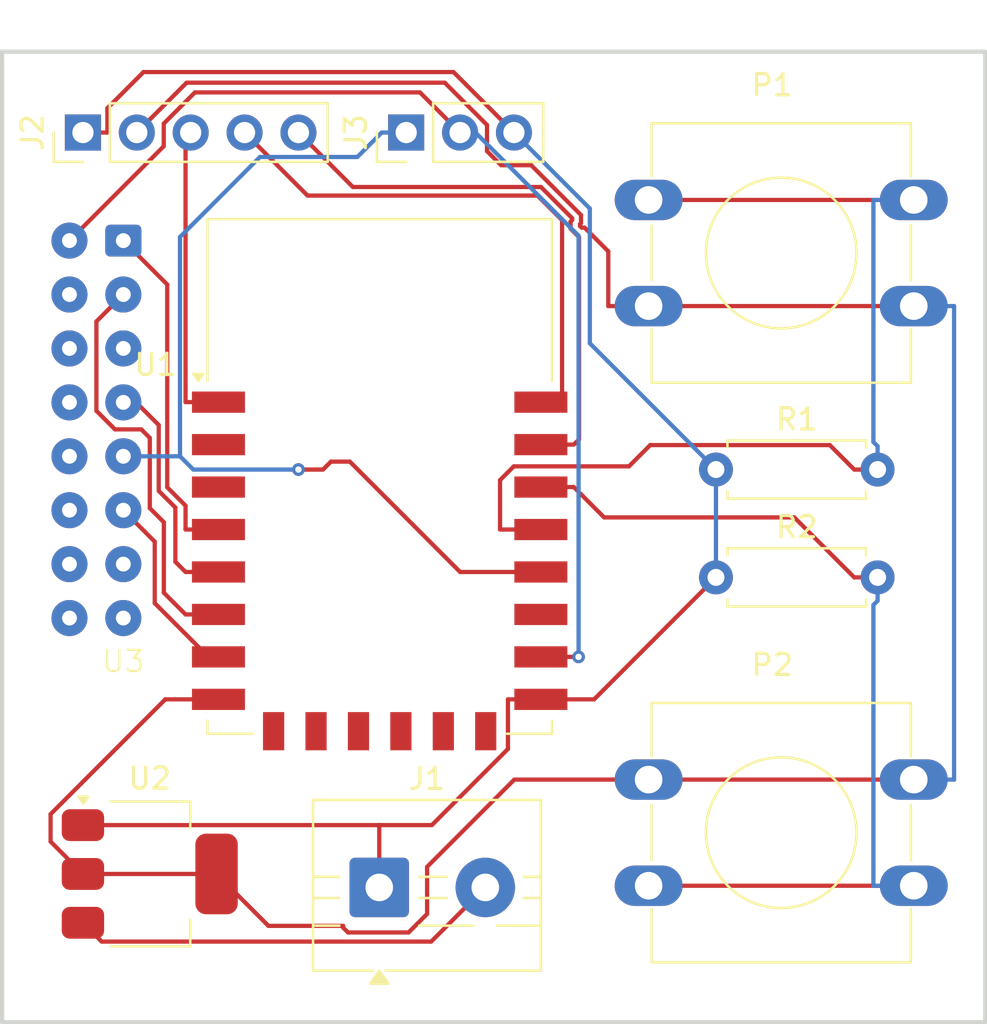
<source format=kicad_pcb>
(kicad_pcb (version 20241229) (generator "pcbnew") (generator_version "9.0")
  (layers (0 "F.Cu" signal) (2 "B.Cu" signal) (13 "F.Paste" user) (15 "B.Paste" user) (5 "F.SilkS" user "F.Silkscreen") (7 "B.SilkS" user "B.Silkscreen") (1 "F.Mask" user) (3 "B.Mask" user) (25 "Edge.Cuts" user))
  (net 0 "")
  (net 1 "GND")
  (net 2 "Net-(J1-Pin_2)")
  (net 3 "/TX")
  (net 4 "/RX")
  (net 5 "/VCC 3.3v")
  (net 6 "/RESET")
  (net 7 "Net-(U1-GPIO15)")
  (net 8 "Net-(U1-GPIO0)")
  (net 9 "Net-(U1-GPIO4)")
  (net 10 "Net-(U1-GPIO5)")
  (net 11 "Net-(U1-GPIO12)")
  (net 15 "Net-(U1-GPIO14)")
  (net 18 "Net-(U1-GPIO13)")
  (net 23 "Net-(U1-GPIO16)")
  (footprint "Connector_PinHeader_2.54mm:PinHeader_1x03_P2.54mm_Vertical" (layer "F.Cu") (at 125.095 74.93 90)
    (property "Reference" "J3" (at 0 -2.38 90) (layer "F.SilkS"))
    (property "Value" "PINHD_1x3_Male")
    (fp_line (start -1.38 -1.38) (end 0 -1.38) (stroke (width 0.12)) (layer "F.SilkS"))
    (fp_line (start -1.38 0) (end -1.38 -1.38) (stroke (width 0.12)) (layer "F.SilkS"))
    (fp_line (start 1.38 1.27) (end 1.38 6.46) (stroke (width 0.12)) (layer "F.SilkS"))
    (fp_line (start -1.38 1.27) (end 1.38 1.27) (stroke (width 0.12)) (layer "F.SilkS"))
    (fp_line (start -1.38 1.27) (end -1.38 6.46) (stroke (width 0.12)) (layer "F.SilkS"))
    (fp_line (start -1.38 6.46) (end 1.38 6.46) (stroke (width 0.12)) (layer "F.SilkS"))
    (pad "1" thru_hole rect (at 0 0 90) (size 1.7 1.7) (drill 1) (layers "*.Cu" "*.Mask") (net 8 "Net-(U1-GPIO0)"))
    (pad "2" thru_hole circle (at 0 2.54 90) (size 1.7 1.7) (drill 1) (layers "*.Cu" "*.Mask") (net 7 "Net-(U1-GPIO15)"))
    (pad "3" thru_hole circle (at 0 5.08 90) (size 1.7 1.7) (drill 1) (layers "*.Cu" "*.Mask") (net 1 "GND"))
  )
  (footprint "TerminalBlock:TerminalBlock_MaiXu_MX126-5.0-02P_1x02_P5.00mm" (layer "F.Cu") (at 123.825 110.49)
    (property "Reference" "J1" (at 2.25 -5.12 0) (layer "F.SilkS"))
    (property "Value" "Screw_Terminal_01x02")
    (fp_line (start -3.12 -4.12) (end -3.12 3.92) (stroke (width 0.12)) (layer "F.SilkS"))
    (fp_line (start -3.12 -4.12) (end 7.62 -4.12) (stroke (width 0.12)) (layer "F.SilkS"))
    (fp_line (start -3.12 -0.5) (end -1.88 -0.5) (stroke (width 0.12)) (layer "F.SilkS"))
    (fp_line (start -3.12 0.5) (end -1.88 0.5) (stroke (width 0.12)) (layer "F.SilkS"))
    (fp_line (start -3.12 1.8) (end -1.88 1.8) (stroke (width 0.12)) (layer "F.SilkS"))
    (fp_line (start -3.12 3.92) (end -0.3 3.92) (stroke (width 0.12)) (layer "F.SilkS"))
    (fp_line (start 0.3 3.92) (end 7.62 3.92) (stroke (width 0.12)) (layer "F.SilkS"))
    (fp_line (start 1.88 -0.5) (end 3.188 -0.5) (stroke (width 0.12)) (layer "F.SilkS"))
    (fp_line (start 1.88 0.5) (end 3.188 0.5) (stroke (width 0.12)) (layer "F.SilkS"))
    (fp_line (start 1.88 1.8) (end 4.457 1.8) (stroke (width 0.12)) (layer "F.SilkS"))
    (fp_line (start 5.543 1.8) (end 7.62 1.8) (stroke (width 0.12)) (layer "F.SilkS"))
    (fp_line (start 6.812 -0.5) (end 7.62 -0.5) (stroke (width 0.12)) (layer "F.SilkS"))
    (fp_line (start 6.812 0.5) (end 7.62 0.5) (stroke (width 0.12)) (layer "F.SilkS"))
    (fp_line (start 7.62 -4.12) (end 7.62 3.92) (stroke (width 0.12)) (layer "F.SilkS"))
    (fp_poly (pts (xy 0 3.92) (xy 0.44 4.53) (xy -0.44 4.53)) (stroke (width 0.12)) (fill yes) (layer "F.SilkS"))
    (pad "1" thru_hole roundrect (at 0 0) (size 2.8 2.8) (drill 1.3) (layers "*.Cu" "*.Mask") (roundrect_rratio 0.089286) (net 1 "GND"))
    (pad "2" thru_hole circle (at 5 0) (size 2.8 2.8) (drill 1.3) (layers "*.Cu" "*.Mask") (net 2 "Net-(J1-Pin_2)"))
  )
  (footprint "Button_Switch_THT:SW_PUSH-12mm" (layer "F.Cu") (at 136.525 105.41)
    (property "Reference" "P2" (at 5.83 -5.41 0) (layer "F.SilkS"))
    (property "Value" "~" (hide yes))
    (fp_line (start 0.14 -3.61) (end 0.14 -1.1) (stroke (width 0.12)) (layer "F.SilkS"))
    (fp_line (start 0.14 -3.61) (end 12.36 -3.61) (stroke (width 0.12)) (layer "F.SilkS"))
    (fp_line (start 0.14 1.2) (end 0.14 3.8) (stroke (width 0.12)) (layer "F.SilkS"))
    (fp_line (start 0.14 6.1) (end 0.14 8.61) (stroke (width 0.12)) (layer "F.SilkS"))
    (fp_line (start 12.36 -3.61) (end 12.36 -1.1) (stroke (width 0.12)) (layer "F.SilkS"))
    (fp_line (start 12.36 1.2) (end 12.36 3.8) (stroke (width 0.12)) (layer "F.SilkS"))
    (fp_line (start 12.36 6.1) (end 12.36 8.61) (stroke (width 0.12)) (layer "F.SilkS"))
    (fp_line (start 12.36 8.61) (end 0.14 8.61) (stroke (width 0.12)) (layer "F.SilkS"))
    (fp_circle (center 6.25 2.5) (end 9.8 2.5) (stroke (width 0.12)) (fill no) (layer "F.SilkS"))
    (pad "1" thru_hole oval (at 0 0) (size 3.2 1.9) (drill 1.3) (layers "*.Cu" "*.Mask") (net 5 "/VCC 3.3v"))
    (pad "1" thru_hole oval (at 12.5 0) (size 3.2 1.9) (drill 1.3) (layers "*.Cu" "*.Mask") (net 5 "/VCC 3.3v"))
    (pad "2" thru_hole oval (at 0 5) (size 3.2 1.9) (drill 1.3) (layers "*.Cu" "*.Mask") (net 10 "Net-(U1-GPIO5)"))
    (pad "2" thru_hole oval (at 12.5 5) (size 3.2 1.9) (drill 1.3) (layers "*.Cu" "*.Mask") (net 10 "Net-(U1-GPIO5)"))
  )
  (footprint "Package_TO_SOT_SMD:SOT-223-3_TabPin2" (layer "F.Cu") (at 113.005 109.855)
    (property "Reference" "U2" (at 0 -4.5 0) (layer "F.SilkS"))
    (property "Value" "AMS1117-3.3")
    (fp_line (start -1.85 -3.41) (end 1.91 -3.41) (stroke (width 0.12)) (layer "F.SilkS"))
    (fp_line (start -1.85 3.41) (end 1.91 3.41) (stroke (width 0.12)) (layer "F.SilkS"))
    (fp_line (start 1.91 -3.41) (end 1.91 -2.15) (stroke (width 0.12)) (layer "F.SilkS"))
    (fp_line (start 1.91 3.41) (end 1.91 2.15) (stroke (width 0.12)) (layer "F.SilkS"))
    (fp_poly (pts (xy -3.13 -3.31) (xy -3.37 -3.64) (xy -2.89 -3.64) (xy -3.13 -3.31)) (stroke (width 0.12)) (fill yes) (layer "F.SilkS"))
    (pad "1" smd roundrect (at -3.15 -2.3) (size 2 1.5) (layers "F.Cu" "F.Mask" "F.Paste") (net 1 "GND"))
    (pad "2" smd roundrect (at -3.15 0) (size 2 1.5) (layers "F.Cu" "F.Mask" "F.Paste") (net 5 "/VCC 3.3v"))
    (pad "2" smd roundrect (at 3.15 0) (size 2 3.8) (layers "F.Cu" "F.Mask" "F.Paste") (net 5 "/VCC 3.3v"))
    (pad "3" smd roundrect (at -3.15 2.3) (size 2 1.5) (layers "F.Cu" "F.Mask" "F.Paste") (net 2 "Net-(J1-Pin_2)"))
  )
  (footprint "MyConnectors:Hub16" (layer "F.Cu") (at 111.76 100.34)
    (property "Reference" "U3" (at 0 -0.5 0) (layer "F.SilkS") (effects (font (thickness 0.1))))
    (property "Value" "~")
    (pad "1" thru_hole circle (at -2.54 -20.32) (size 1.7 1.7) (drill 0.7) (layers "*.Cu" "*.Mask") (net 7 "Net-(U1-GPIO15)") (clearance 0.5))
    (pad "2" thru_hole circle (at -2.54 -17.78) (size 1.7 1.7) (drill 0.7) (layers "*.Cu" "*.Mask") (clearance 0.5))
    (pad "3" thru_hole circle (at -2.54 -15.24) (size 1.7 1.7) (drill 0.7) (layers "*.Cu" "*.Mask") (clearance 0.5))
    (pad "4" thru_hole circle (at -2.54 -12.7) (size 1.7 1.7) (drill 0.7) (layers "*.Cu" "*.Mask") (clearance 0.5))
    (pad "5" thru_hole circle (at -2.54 -10.16) (size 1.7 1.7) (drill 0.7) (layers "*.Cu" "*.Mask") (clearance 0.5))
    (pad "6" thru_hole circle (at -2.54 -7.62) (size 1.7 1.7) (drill 0.7) (layers "*.Cu" "*.Mask") (clearance 0.5))
    (pad "7" thru_hole circle (at -2.54 -5.08) (size 1.7 1.7) (drill 0.7) (layers "*.Cu" "*.Mask") (clearance 0.5))
    (pad "8" thru_hole circle (at -2.54 -2.54) (size 1.7 1.7) (drill 0.7) (layers "*.Cu" "*.Mask") (clearance 0.5))
    (pad "9" thru_hole roundrect (at 0 -20.32) (size 1.7 1.5) (drill 0.7) (layers "*.Cu" "*.Mask") (roundrect_rratio 0.15) (net 23 "Net-(U1-GPIO16)") (clearance 0.5))
    (pad "10" thru_hole circle (at 0 -17.78) (size 1.7 1.7) (drill 0.7) (layers "*.Cu" "*.Mask") (net 11 "Net-(U1-GPIO12)") (clearance 0.5))
    (pad "11" thru_hole circle (at 0 -15.24) (size 1.7 1.7) (drill 0.7) (layers "*.Cu" "*.Mask") (clearance 0.5))
    (pad "12" thru_hole circle (at 0 -12.7) (size 1.7 1.7) (drill 0.7) (layers "*.Cu" "*.Mask") (net 15 "Net-(U1-GPIO14)") (clearance 0.5))
    (pad "13" thru_hole circle (at 0 -10.16) (size 1.7 1.7) (drill 0.7) (layers "*.Cu" "*.Mask") (net 8 "Net-(U1-GPIO0)") (clearance 0.5))
    (pad "14" thru_hole circle (at 0 -7.62) (size 1.7 1.7) (drill 0.7) (layers "*.Cu" "*.Mask") (net 18 "Net-(U1-GPIO13)") (clearance 0.5))
    (pad "15" thru_hole circle (at 0 -5.08) (size 1.7 1.7) (drill 0.7) (layers "*.Cu" "*.Mask") (clearance 0.5))
    (pad "16" thru_hole circle (at 0 -2.54) (size 1.7 1.7) (drill 0.7) (layers "*.Cu" "*.Mask") (clearance 0.5))
  )
  (footprint "Button_Switch_THT:SW_PUSH-12mm" (layer "F.Cu") (at 136.525 78.105)
    (property "Reference" "P1" (at 5.83 -5.41 0) (layer "F.SilkS"))
    (property "Value" "~")
    (fp_line (start 0.14 -3.61) (end 0.14 -1.1) (stroke (width 0.12)) (layer "F.SilkS"))
    (fp_line (start 0.14 -3.61) (end 12.36 -3.61) (stroke (width 0.12)) (layer "F.SilkS"))
    (fp_line (start 0.14 1.2) (end 0.14 3.8) (stroke (width 0.12)) (layer "F.SilkS"))
    (fp_line (start 0.14 6.1) (end 0.14 8.61) (stroke (width 0.12)) (layer "F.SilkS"))
    (fp_line (start 12.36 -3.61) (end 12.36 -1.1) (stroke (width 0.12)) (layer "F.SilkS"))
    (fp_line (start 12.36 1.2) (end 12.36 3.8) (stroke (width 0.12)) (layer "F.SilkS"))
    (fp_line (start 12.36 6.1) (end 12.36 8.61) (stroke (width 0.12)) (layer "F.SilkS"))
    (fp_line (start 12.36 8.61) (end 0.14 8.61) (stroke (width 0.12)) (layer "F.SilkS"))
    (fp_circle (center 6.25 2.5) (end 9.8 2.5) (stroke (width 0.12)) (fill no) (layer "F.SilkS"))
    (pad "1" thru_hole oval (at 0 0) (size 3.2 1.9) (drill 1.3) (layers "*.Cu" "*.Mask") (net 9 "Net-(U1-GPIO4)"))
    (pad "1" thru_hole oval (at 12.5 0) (size 3.2 1.9) (drill 1.3) (layers "*.Cu" "*.Mask") (net 9 "Net-(U1-GPIO4)"))
    (pad "2" thru_hole oval (at 0 5) (size 3.2 1.9) (drill 1.3) (layers "*.Cu" "*.Mask") (net 5 "/VCC 3.3v"))
    (pad "2" thru_hole oval (at 12.5 5) (size 3.2 1.9) (drill 1.3) (layers "*.Cu" "*.Mask") (net 5 "/VCC 3.3v"))
  )
  (footprint "RF_Module:ESP-12E" (layer "F.Cu") (at 123.845 91.13)
    (property "Reference" "U1" (at -10.56 -5.26 0) (layer "F.SilkS"))
    (property "Value" "ESP-12E")
    (fp_line (start -8.12 -12.12) (end 8.12 -12.12) (stroke (width 0.12)) (layer "F.SilkS"))
    (fp_line (start -8.12 -4.5) (end -8.12 -12.12) (stroke (width 0.12)) (layer "F.SilkS"))
    (fp_line (start -8.12 12.12) (end -8.12 11.5) (stroke (width 0.12)) (layer "F.SilkS"))
    (fp_line (start -6 12.12) (end -8.12 12.12) (stroke (width 0.12)) (layer "F.SilkS"))
    (fp_line (start 8.12 -12.12) (end 8.12 -4.5) (stroke (width 0.12)) (layer "F.SilkS"))
    (fp_line (start 8.12 11.5) (end 8.12 12.12) (stroke (width 0.12)) (layer "F.SilkS"))
    (fp_line (start 8.12 12.12) (end 6 12.12) (stroke (width 0.12)) (layer "F.SilkS"))
    (fp_poly (pts (xy -8.55 -4.5) (xy -8.79 -4.836) (xy -8.31 -4.836) (xy -8.55 -4.5)) (stroke (width 0.12)) (fill yes) (layer "F.SilkS"))
    (pad "1" smd rect (at -7.6 -3.5) (size 2.5 1) (layers "F.Cu" "F.Mask" "F.Paste") (net 6 "/RESET"))
    (pad "2" smd rect (at -7.6 -1.5) (size 2.5 1) (layers "F.Cu" "F.Mask" "F.Paste"))
    (pad "3" smd rect (at -7.6 0.5) (size 2.5 1) (layers "F.Cu" "F.Mask" "F.Paste"))
    (pad "4" smd rect (at -7.6 2.5) (size 2.5 1) (layers "F.Cu" "F.Mask" "F.Paste") (net 23 "Net-(U1-GPIO16)"))
    (pad "5" smd rect (at -7.6 4.5) (size 2.5 1) (layers "F.Cu" "F.Mask" "F.Paste") (net 15 "Net-(U1-GPIO14)"))
    (pad "6" smd rect (at -7.6 6.5) (size 2.5 1) (layers "F.Cu" "F.Mask" "F.Paste") (net 11 "Net-(U1-GPIO12)"))
    (pad "7" smd rect (at -7.6 8.5) (size 2.5 1) (layers "F.Cu" "F.Mask" "F.Paste") (net 18 "Net-(U1-GPIO13)"))
    (pad "8" smd rect (at -7.6 10.5) (size 2.5 1) (layers "F.Cu" "F.Mask" "F.Paste") (net 5 "/VCC 3.3v"))
    (pad "9" smd rect (at -5 12) (size 1 1.8) (layers "F.Cu" "F.Mask" "F.Paste"))
    (pad "10" smd rect (at -3 12) (size 1 1.8) (layers "F.Cu" "F.Mask" "F.Paste"))
    (pad "11" smd rect (at -1 12) (size 1 1.8) (layers "F.Cu" "F.Mask" "F.Paste"))
    (pad "12" smd rect (at 1 12) (size 1 1.8) (layers "F.Cu" "F.Mask" "F.Paste"))
    (pad "13" smd rect (at 3 12) (size 1 1.8) (layers "F.Cu" "F.Mask" "F.Paste"))
    (pad "14" smd rect (at 5 12) (size 1 1.8) (layers "F.Cu" "F.Mask" "F.Paste"))
    (pad "15" smd rect (at 7.6 10.5) (size 2.5 1) (layers "F.Cu" "F.Mask" "F.Paste") (net 1 "GND"))
    (pad "16" smd rect (at 7.6 8.5) (size 2.5 1) (layers "F.Cu" "F.Mask" "F.Paste") (net 7 "Net-(U1-GPIO15)"))
    (pad "17" smd rect (at 7.6 6.5) (size 2.5 1) (layers "F.Cu" "F.Mask" "F.Paste"))
    (pad "18" smd rect (at 7.6 4.5) (size 2.5 1) (layers "F.Cu" "F.Mask" "F.Paste") (net 8 "Net-(U1-GPIO0)"))
    (pad "19" smd rect (at 7.6 2.5) (size 2.5 1) (layers "F.Cu" "F.Mask" "F.Paste") (net 9 "Net-(U1-GPIO4)"))
    (pad "20" smd rect (at 7.6 0.5) (size 2.5 1) (layers "F.Cu" "F.Mask" "F.Paste") (net 10 "Net-(U1-GPIO5)"))
    (pad "21" smd rect (at 7.6 -1.5) (size 2.5 1) (layers "F.Cu" "F.Mask" "F.Paste") (net 4 "/RX") (clearance 0.4))
    (pad "22" smd rect (at 7.6 -3.5) (size 2.5 1) (layers "F.Cu" "F.Mask" "F.Paste") (net 3 "/TX"))
  )
  (footprint "Resistor_THT:R_Axial_DIN0207_L6.3mm_D2.5mm_P7.62mm_Horizontal" (layer "F.Cu") (at 139.7 90.805)
    (property "Reference" "R1" (at 3.81 -2.37 0) (layer "F.SilkS"))
    (property "Value" "Resistor")
    (fp_line (start 0.54 -1.37) (end 7.08 -1.37) (stroke (width 0.12)) (layer "F.SilkS"))
    (fp_line (start 0.54 -1.04) (end 0.54 -1.37) (stroke (width 0.12)) (layer "F.SilkS"))
    (fp_line (start 0.54 1.04) (end 0.54 1.37) (stroke (width 0.12)) (layer "F.SilkS"))
    (fp_line (start 0.54 1.37) (end 7.08 1.37) (stroke (width 0.12)) (layer "F.SilkS"))
    (fp_line (start 7.08 -1.37) (end 7.08 -1.04) (stroke (width 0.12)) (layer "F.SilkS"))
    (fp_line (start 7.08 1.37) (end 7.08 1.04) (stroke (width 0.12)) (layer "F.SilkS"))
    (pad "1" thru_hole circle (at 0 0) (size 1.6 1.6) (drill 0.8) (layers "*.Cu" "*.Mask") (net 1 "GND"))
    (pad "2" thru_hole oval (at 7.62 0) (size 1.6 1.6) (drill 0.8) (layers "*.Cu" "*.Mask") (net 9 "Net-(U1-GPIO4)"))
  )
  (footprint "Resistor_THT:R_Axial_DIN0207_L6.3mm_D2.5mm_P7.62mm_Horizontal" (layer "F.Cu") (at 139.7 95.885)
    (property "Reference" "R2" (at 3.81 -2.37 0) (layer "F.SilkS"))
    (property "Value" "Resistor")
    (fp_line (start 0.54 -1.37) (end 7.08 -1.37) (stroke (width 0.12)) (layer "F.SilkS"))
    (fp_line (start 0.54 -1.04) (end 0.54 -1.37) (stroke (width 0.12)) (layer "F.SilkS"))
    (fp_line (start 0.54 1.04) (end 0.54 1.37) (stroke (width 0.12)) (layer "F.SilkS"))
    (fp_line (start 0.54 1.37) (end 7.08 1.37) (stroke (width 0.12)) (layer "F.SilkS"))
    (fp_line (start 7.08 -1.37) (end 7.08 -1.04) (stroke (width 0.12)) (layer "F.SilkS"))
    (fp_line (start 7.08 1.37) (end 7.08 1.04) (stroke (width 0.12)) (layer "F.SilkS"))
    (pad "1" thru_hole circle (at 0 0) (size 1.6 1.6) (drill 0.8) (layers "*.Cu" "*.Mask") (net 1 "GND"))
    (pad "2" thru_hole oval (at 7.62 0) (size 1.6 1.6) (drill 0.8) (layers "*.Cu" "*.Mask") (net 10 "Net-(U1-GPIO5)"))
  )
  (footprint "Connector_PinHeader_2.54mm:PinHeader_1x05_P2.54mm_Vertical" (layer "F.Cu") (at 109.855 74.93 90)
    (property "Reference" "J2" (at 0 -2.38 90) (layer "F.SilkS"))
    (property "Value" "PINHD_1x5_Male")
    (fp_line (start -1.38 -1.38) (end 0 -1.38) (stroke (width 0.12)) (layer "F.SilkS"))
    (fp_line (start -1.38 0) (end -1.38 -1.38) (stroke (width 0.12)) (layer "F.SilkS"))
    (fp_line (start 1.38 1.27) (end 1.38 11.54) (stroke (width 0.12)) (layer "F.SilkS"))
    (fp_line (start -1.38 1.27) (end 1.38 1.27) (stroke (width 0.12)) (layer "F.SilkS"))
    (fp_line (start -1.38 1.27) (end -1.38 11.54) (stroke (width 0.12)) (layer "F.SilkS"))
    (fp_line (start -1.38 11.54) (end 1.38 11.54) (stroke (width 0.12)) (layer "F.SilkS"))
    (pad "1" thru_hole rect (at 0 0 90) (size 1.7 1.7) (drill 1) (layers "*.Cu" "*.Mask") (net 1 "GND"))
    (pad "2" thru_hole circle (at 0 2.54 90) (size 1.7 1.7) (drill 1) (layers "*.Cu" "*.Mask") (net 5 "/VCC 3.3v"))
    (pad "3" thru_hole circle (at 0 5.08 90) (size 1.7 1.7) (drill 1) (layers "*.Cu" "*.Mask") (net 6 "/RESET"))
    (pad "4" thru_hole circle (at 0 7.62 90) (size 1.7 1.7) (drill 1) (layers "*.Cu" "*.Mask") (net 3 "/TX"))
    (pad "5" thru_hole circle (at 0 10.16 90) (size 1.7 1.7) (drill 1) (layers "*.Cu" "*.Mask") (net 4 "/RX"))
  )
  (gr_rect (start 106.045 71.12) (end 152.4 116.84) (stroke (width 0.2)) (fill no) (layer "Edge.Cuts"))
  (segment (start 123.825 110.49) (end 123.825 107.555) (width 0.2) (layer "F.Cu") (net 1))
  (segment (start 131.445 101.63) (end 129.893 101.63) (width 0.2) (layer "F.Cu") (net 1))
  (segment (start 129.893 103.966) (end 126.304 107.555) (width 0.2) (layer "F.Cu") (net 1))
  (segment (start 127.325 72.08) (end 112.71 72.08) (width 0.2) (layer "F.Cu") (net 1))
  (segment (start 109.855 107.555) (end 123.825 107.555) (width 0.2) (layer "F.Cu") (net 1))
  (segment (start 111.007 74.93) (end 109.855 74.93) (width 0.2) (layer "F.Cu") (net 1))
  (segment (start 112.71 72.08) (end 111.007 73.783) (width 0.2) (layer "F.Cu") (net 1))
  (segment (start 129.893 101.63) (end 129.893 103.966) (width 0.2) (layer "F.Cu") (net 1))
  (segment (start 126.304 107.555) (end 123.825 107.555) (width 0.2) (layer "F.Cu") (net 1))
  (segment (start 130.175 74.93) (end 127.325 72.08) (width 0.2) (layer "F.Cu") (net 1))
  (segment (start 133.955 101.63) (end 131.445 101.63) (width 0.2) (layer "F.Cu") (net 1))
  (segment (start 111.007 73.783) (end 111.007 74.93) (width 0.2) (layer "F.Cu") (net 1))
  (segment (start 139.7 95.885) (end 133.955 101.63) (width 0.2) (layer "F.Cu") (net 1))
  (segment (start 133.753 78.5076) (end 133.753 84.8576) (width 0.2) (layer "B.Cu") (net 1))
  (segment (start 130.175 74.93) (end 133.753 78.5076) (width 0.2) (layer "B.Cu") (net 1))
  (segment (start 133.753 84.8576) (end 139.7 90.805) (width 0.2) (layer "B.Cu") (net 1))
  (segment (start 139.7 90.805) (end 139.7 95.885) (width 0.2) (layer "B.Cu") (net 1))
  (segment (start 110.74 113.04) (end 126.275 113.04) (width 0.2) (layer "F.Cu") (net 2))
  (segment (start 126.275 113.04) (end 128.825 110.49) (width 0.2) (layer "F.Cu") (net 2))
  (segment (start 109.855 112.155) (end 110.74 113.04) (width 0.2) (layer "F.Cu") (net 2))
  (segment (start 132.444 79.0584) (end 132.444 87.63) (width 0.2) (layer "F.Cu") (net 3))
  (segment (start 132.444 87.63) (end 131.445 87.63) (width 0.2) (layer "F.Cu") (net 3))
  (segment (start 120.443 77.898) (end 131.283 77.898) (width 0.2) (layer "F.Cu") (net 3))
  (segment (start 131.283 77.898) (end 132.444 79.0584) (width 0.2) (layer "F.Cu") (net 3))
  (segment (start 117.475 74.93) (end 120.443 77.898) (width 0.2) (layer "F.Cu") (net 3))
  (segment (start 120.015 74.93) (end 122.581 77.4962) (width 0.2) (layer "F.Cu") (net 4))
  (segment (start 132.845 79.4581) (end 133.247 79.8597) (width 0.2) (layer "F.Cu") (net 4))
  (segment (start 132.845 79.1255) (end 132.845 79.4581) (width 0.2) (layer "F.Cu") (net 4))
  (segment (start 122.581 77.4962) (end 131.449 77.4962) (width 0.2) (layer "F.Cu") (net 4))
  (segment (start 132.997 89.63) (end 131.445 89.63) (width 0.2) (layer "F.Cu") (net 4))
  (segment (start 133.247 89.3799) (end 132.997 89.63) (width 0.2) (layer "F.Cu") (net 4))
  (segment (start 131.449 77.4962) (end 132.921 78.9675) (width 0.2) (layer "F.Cu") (net 4))
  (segment (start 133.247 79.8597) (end 133.247 89.3799) (width 0.2) (layer "F.Cu") (net 4))
  (segment (start 132.921 79.0501) (end 132.845 79.1255) (width 0.2) (layer "F.Cu") (net 4))
  (segment (start 132.921 78.9675) (end 132.921 79.0501) (width 0.2) (layer "F.Cu") (net 4))
  (segment (start 130.19 105.41) (end 126.081 109.519) (width 0.2) (layer "F.Cu") (net 5))
  (segment (start 128.905 74.5712) (end 126.9138 72.58) (width 0.2) (layer "F.Cu") (net 5))
  (segment (start 126.9138 72.58) (end 114.745 72.58) (width 0.2) (layer "F.Cu") (net 5))
  (segment (start 133.338 79.2005) (end 133.338 78.8171) (width 0.2) (layer "F.Cu") (net 5))
  (segment (start 118.6 112.3) (end 116.155 109.855) (width 0.2) (layer "F.Cu") (net 5))
  (segment (start 116.155 109.855) (end 109.855 109.855) (width 0.2) (layer "F.Cu") (net 5))
  (segment (start 122.35 112.61) (end 122.124 112.384) (width 0.2) (layer "F.Cu") (net 5))
  (segment (start 113.737 101.63) (end 116.245 101.63) (width 0.2) (layer "F.Cu") (net 5))
  (segment (start 109.855 109.855) (end 108.33 108.33) (width 0.2) (layer "F.Cu") (net 5))
  (segment (start 133.288 79.2505) (end 133.338 79.2005) (width 0.2) (layer "F.Cu") (net 5))
  (segment (start 134.623 83.105) (end 134.623 80.5268) (width 0.2) (layer "F.Cu") (net 5))
  (segment (start 133.364 79.4092) (end 133.288 79.3331) (width 0.2) (layer "F.Cu") (net 5))
  (segment (start 149.025 83.105) (end 136.525 83.105) (width 0.2) (layer "F.Cu") (net 5))
  (segment (start 129.57 76.47) (end 128.905 75.805) (width 0.2) (layer "F.Cu") (net 5))
  (segment (start 126.081 109.519) (end 126.081 111.739) (width 0.2) (layer "F.Cu") (net 5))
  (segment (start 134.623 80.5268) (end 133.506 79.4092) (width 0.2) (layer "F.Cu") (net 5))
  (segment (start 126.081 111.739) (end 125.21 112.61) (width 0.2) (layer "F.Cu") (net 5))
  (segment (start 130.9909 76.47) (end 129.57 76.47) (width 0.2) (layer "F.Cu") (net 5))
  (segment (start 136.525 105.41) (end 130.19 105.41) (width 0.2) (layer "F.Cu") (net 5))
  (segment (start 122.124 112.3) (end 118.6 112.3) (width 0.2) (layer "F.Cu") (net 5))
  (segment (start 149.025 105.41) (end 136.525 105.41) (width 0.2) (layer "F.Cu") (net 5))
  (segment (start 122.124 112.384) (end 122.124 112.3) (width 0.2) (layer "F.Cu") (net 5))
  (segment (start 125.21 112.61) (end 122.35 112.61) (width 0.2) (layer "F.Cu") (net 5))
  (segment (start 136.525 83.105) (end 134.623 83.105) (width 0.2) (layer "F.Cu") (net 5))
  (segment (start 133.506 79.4092) (end 133.364 79.4092) (width 0.2) (layer "F.Cu") (net 5))
  (segment (start 128.905 75.805) (end 128.905 74.5712) (width 0.2) (layer "F.Cu") (net 5))
  (segment (start 133.338 78.8171) (end 130.9909 76.47) (width 0.2) (layer "F.Cu") (net 5))
  (segment (start 114.745 72.58) (end 112.395 74.93) (width 0.2) (layer "F.Cu") (net 5))
  (segment (start 108.33 107.037) (end 113.737 101.63) (width 0.2) (layer "F.Cu") (net 5))
  (segment (start 133.288 79.3331) (end 133.288 79.2505) (width 0.2) (layer "F.Cu") (net 5))
  (segment (start 108.33 108.33) (end 108.33 107.037) (width 0.2) (layer "F.Cu") (net 5))
  (segment (start 150.927 105.41) (end 150.927 83.105) (width 0.2) (layer "B.Cu") (net 5))
  (segment (start 150.927 83.105) (end 149.025 83.105) (width 0.2) (layer "B.Cu") (net 5))
  (segment (start 149.025 105.41) (end 150.927 105.41) (width 0.2) (layer "B.Cu") (net 5))
  (segment (start 114.693 87.63) (end 114.693 75.1717) (width 0.2) (layer "F.Cu") (net 6))
  (segment (start 114.693 75.1717) (end 114.935 74.93) (width 0.2) (layer "F.Cu") (net 6))
  (segment (start 116.245 87.63) (end 114.693 87.63) (width 0.2) (layer "F.Cu") (net 6))
  (segment (start 125.745 73.04) (end 115.1347 73.04) (width 0.2) (layer "F.Cu") (net 7))
  (segment (start 127.635 74.93) (end 125.745 73.04) (width 0.2) (layer "F.Cu") (net 7))
  (segment (start 115.1347 73.04) (end 113.665 74.5097) (width 0.2) (layer "F.Cu") (net 7))
  (segment (start 113.665 75.575) (end 109.22 80.02) (width 0.2) (layer "F.Cu") (net 7))
  (segment (start 131.445 99.63) (end 133.222 99.63) (width 0.2) (layer "F.Cu") (net 7))
  (segment (start 113.665 74.5097) (end 113.665 75.575) (width 0.2) (layer "F.Cu") (net 7))
  (via (at 133.222 99.63) (size 0.6) (drill 0.3) (layers "F.Cu" "B.Cu") (net 7))
  (segment (start 133.222 79.7921) (end 133.222 99.63) (width 0.2) (layer "B.Cu") (net 7))
  (segment (start 127.635 74.93) (end 128.36 74.93) (width 0.2) (layer "B.Cu") (net 7))
  (segment (start 128.36 74.93) (end 133.222 79.7921) (width 0.2) (layer "B.Cu") (net 7))
  (segment (start 120.015 90.805) (end 121.1734 90.805) (width 0.2) (layer "F.Cu") (net 8))
  (segment (start 122.439 90.4317) (end 127.638 95.63) (width 0.2) (layer "F.Cu") (net 8))
  (segment (start 127.638 95.63) (end 131.445 95.63) (width 0.2) (layer "F.Cu") (net 8))
  (segment (start 121.1734 90.805) (end 121.5467 90.4317) (width 0.2) (layer "F.Cu") (net 8))
  (segment (start 121.5467 90.4317) (end 122.439 90.4317) (width 0.2) (layer "F.Cu") (net 8))
  (via (at 120.015 90.805) (size 0.6) (drill 0.3) (layers "F.Cu" "B.Cu") (net 8))
  (segment (start 120.015 90.805) (end 115.056 90.805) (width 0.2) (layer "B.Cu") (net 8))
  (segment (start 115.056 90.805) (end 114.431 90.18) (width 0.2) (layer "B.Cu") (net 8))
  (segment (start 123.943 74.93) (end 122.792 76.0817) (width 0.2) (layer "B.Cu") (net 8))
  (segment (start 125.095 74.93) (end 123.943 74.93) (width 0.2) (layer "B.Cu") (net 8))
  (segment (start 114.431 79.8484) (end 114.431 90.18) (width 0.2) (layer "B.Cu") (net 8))
  (segment (start 118.198 76.0817) (end 114.431 79.8484) (width 0.2) (layer "B.Cu") (net 8))
  (segment (start 122.792 76.0817) (end 118.198 76.0817) (width 0.2) (layer "B.Cu") (net 8))
  (segment (start 111.76 90.18) (end 114.431 90.18) (width 0.2) (layer "B.Cu") (net 8))
  (segment (start 146.218 90.805) (end 147.32 90.805) (width 0.2) (layer "F.Cu") (net 9))
  (segment (start 129.521037 93.63) (end 129.521037 91.302663) (width 0.2) (layer "F.Cu") (net 9))
  (segment (start 130.169749 90.653951) (end 135.598649 90.653951) (width 0.2) (layer "F.Cu") (net 9))
  (segment (start 131.445 93.63) (end 129.521037 93.63) (width 0.2) (layer "F.Cu") (net 9))
  (segment (start 149.025 78.105) (end 136.525 78.105) (width 0.2) (layer "F.Cu") (net 9))
  (segment (start 145.066 89.6526) (end 146.218 90.805) (width 0.2) (layer "F.Cu") (net 9))
  (segment (start 129.521037 91.302663) (end 130.169749 90.653951) (width 0.2) (layer "F.Cu") (net 9))
  (segment (start 135.598649 90.653951) (end 136.6 89.6526) (width 0.2) (layer "F.Cu") (net 9))
  (segment (start 136.6 89.6526) (end 145.066 89.6526) (width 0.2) (layer "F.Cu") (net 9))
  (segment (start 147.32 89.7033) (end 147.123 89.5066) (width 0.2) (layer "B.Cu") (net 9))
  (segment (start 147.123 78.105) (end 149.025 78.105) (width 0.2) (layer "B.Cu") (net 9))
  (segment (start 147.32 90.805) (end 147.32 89.7033) (width 0.2) (layer "B.Cu") (net 9))
  (segment (start 147.123 89.5066) (end 147.123 78.105) (width 0.2) (layer "B.Cu") (net 9))
  (segment (start 132.997 91.63) (end 131.445 91.63) (width 0.2) (layer "F.Cu") (net 10))
  (segment (start 134.427 93.06) (end 132.997 91.63) (width 0.2) (layer "F.Cu") (net 10))
  (segment (start 143.393 93.06) (end 134.427 93.06) (width 0.2) (layer "F.Cu") (net 10))
  (segment (start 149.025 110.41) (end 136.525 110.41) (width 0.2) (layer "F.Cu") (net 10))
  (segment (start 146.218 95.885) (end 143.393 93.06) (width 0.2) (layer "F.Cu") (net 10))
  (segment (start 147.32 95.885) (end 146.218 95.885) (width 0.2) (layer "F.Cu") (net 10))
  (segment (start 147.123 110.41) (end 149.025 110.41) (width 0.2) (layer "B.Cu") (net 10))
  (segment (start 147.32 95.885) (end 147.32 96.9867) (width 0.2) (layer "B.Cu") (net 10))
  (segment (start 147.123 97.1834) (end 147.123 110.41) (width 0.2) (layer "B.Cu") (net 10))
  (segment (start 147.32 96.9867) (end 147.123 97.1834) (width 0.2) (layer "B.Cu") (net 10))
  (segment (start 110.49 83.83) (end 111.76 82.56) (width 0.2) (layer "F.Cu") (net 11))
  (segment (start 110.49 88.0378) (end 110.49 83.83) (width 0.2) (layer "F.Cu") (net 11))
  (segment (start 114.693 97.63) (end 113.67 96.6071) (width 0.2) (layer "F.Cu") (net 11))
  (segment (start 113.67 96.6071) (end 113.67 93.2869) (width 0.2) (layer "F.Cu") (net 11))
  (segment (start 113.008 89.313798) (end 112.606002 88.9118) (width 0.2) (layer "F.Cu") (net 11))
  (segment (start 113.67 93.2869) (end 113.008 92.625) (width 0.2) (layer "F.Cu") (net 11))
  (segment (start 113.008 92.625) (end 113.008 89.313798) (width 0.2) (layer "F.Cu") (net 11))
  (segment (start 116.245 97.63) (end 114.693 97.63) (width 0.2) (layer "F.Cu") (net 11))
  (segment (start 111.364 88.9118) (end 110.49 88.0378) (width 0.2) (layer "F.Cu") (net 11))
  (segment (start 112.606002 88.9118) (end 111.364 88.9118) (width 0.2) (layer "F.Cu") (net 11))
  (segment (start 112.36 87.64) (end 113.428 88.708) (width 0.2) (layer "F.Cu") (net 15))
  (segment (start 114.693 95.63) (end 116.245 95.63) (width 0.2) (layer "F.Cu") (net 15))
  (segment (start 113.428 88.708) (end 113.428 91.8111) (width 0.2) (layer "F.Cu") (net 15))
  (segment (start 114.213 92.5969) (end 114.213 95.1501) (width 0.2) (layer "F.Cu") (net 15))
  (segment (start 114.213 95.1501) (end 114.693 95.63) (width 0.2) (layer "F.Cu") (net 15))
  (segment (start 113.428 91.8111) (end 114.213 92.5969) (width 0.2) (layer "F.Cu") (net 15))
  (segment (start 111.76 87.64) (end 112.36 87.64) (width 0.2) (layer "F.Cu") (net 15))
  (segment (start 113.24 94.2) (end 111.76 92.72) (width 0.2) (layer "F.Cu") (net 18))
  (segment (start 115.77 99.63) (end 113.24 97.1) (width 0.2) (layer "F.Cu") (net 18))
  (segment (start 116.245 99.63) (end 115.77 99.63) (width 0.2) (layer "F.Cu") (net 18))
  (segment (start 113.24 97.1) (end 113.24 94.2) (width 0.2) (layer "F.Cu") (net 18))
  (segment (start 113.829 82.0893) (end 113.829 91.6427) (width 0.2) (layer "F.Cu") (net 23))
  (segment (start 113.829 91.6427) (end 114.693 92.5067) (width 0.2) (layer "F.Cu") (net 23))
  (segment (start 114.693 92.5067) (end 114.693 93.63) (width 0.2) (layer "F.Cu") (net 23))
  (segment (start 114.693 93.63) (end 116.245 93.63) (width 0.2) (layer "F.Cu") (net 23))
  (segment (start 111.76 80.02) (end 113.829 82.0893) (width 0.2) (layer "F.Cu") (net 23))
)
</source>
